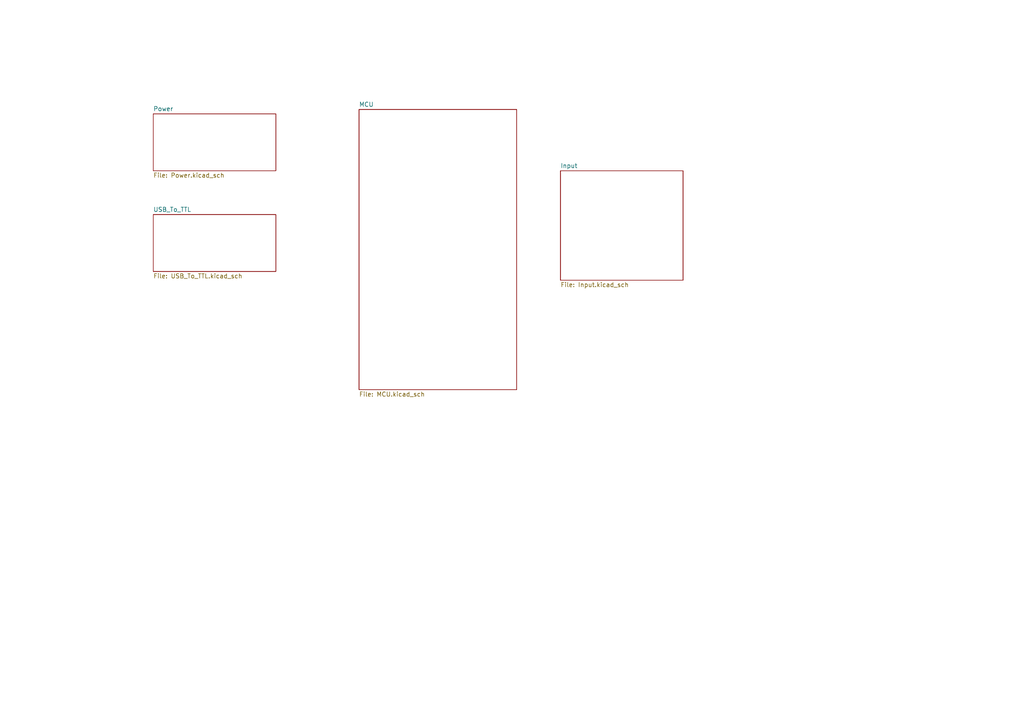
<source format=kicad_sch>
(kicad_sch (version 20230121) (generator eeschema)
  (paper "A4")
  (lib_symbols)
  (sheet (at 44.45 33.02) (size 35.56 16.51) (stroke (width 0.1524))
    (property "Sheetname" "Power" (at 44.45 32.3084 0) (effects (justify left bottom)))
    (property "Sheetfile" "Power.kicad_sch" (at 44.45 50.1146 0) (effects (justify left top)))
  )
  (sheet (at 104.14 31.75) (size 45.72 81.28) (stroke (width 0.1524))
    (property "Sheetname" "MCU" (at 104.14 31.0384 0) (effects (justify left bottom)))
    (property "Sheetfile" "MCU.kicad_sch" (at 104.14 113.6146 0) (effects (justify left top)))
  )
  (sheet (at 162.56 49.53) (size 35.56 31.75) (stroke (width 0.1524))
    (property "Sheetname" "Input" (at 162.56 48.8184 0) (effects (justify left bottom)))
    (property "Sheetfile" "Input.kicad_sch" (at 162.56 81.8646 0) (effects (justify left top)))
  )
  (sheet (at 44.45 62.23) (size 35.56 16.51) (stroke (width 0.1524))
    (property "Sheetname" "USB_To_TTL" (at 44.45 61.5184 0) (effects (justify left bottom)))
    (property "Sheetfile" "USB_To_TTL.kicad_sch" (at 44.45 79.3246 0) (effects (justify left top)))
  )
)
</source>
